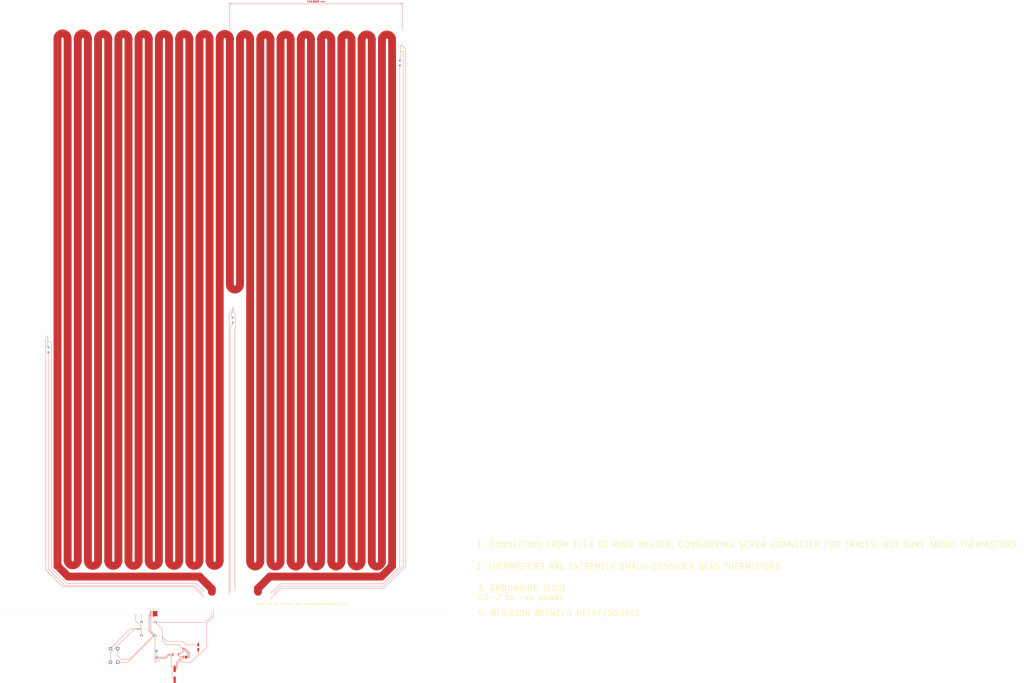
<source format=kicad_pcb>
(kicad_pcb (version 20240108) (generator "pcbnew") (generator_version "8.0")
  (layers (0 "F.Cu" signal) (31 "B.Cu" signal) (34 "B.Paste" user) (35 "F.Paste" user) (36 "B.SilkS" user "B.Silkscreen") (37 "F.SilkS" user "F.Silkscreen") (38 "B.Mask" user) (39 "F.Mask" user) (44 "Edge.Cuts" user))
  (net 0 "")
  (net 1 "Net-(U1-SOURCE)")
  (net 2 "Net-(U8-COIL)")
  (net 3 "Net-(R2-Pad1)")
  (net 4 "Net-(R3-Pad1)")
  (net 5 "Net-(R4-Pad1)")
  (net 6 "Net-(U1-GATE)")
  (net 8 "Net-(U3-COMP)")
  (net 9 "Net-(U3-INPUT)")
  (net 10 "Net-(U1-DRAIN)")
  (net 12 "unconnected-(U8-Pad2)")
  (net 13 "unconnected-(U8-Pad3)")
  (footprint "footprints:Thermistor" (layer "F.Cu") (at 56.0506 318)
    (property "Reference" "TH3" (at -0.5 1.5 0) (layer "F.SilkS") (effects (font (thickness 0.1))))
    (property "Value" "Thermistor_NTC")
    (pad "1" smd rect (at 0 0) (size 0.2 0.2) (layers "F.Cu" "F.Paste" "F.Mask") (net 1 "Net-(U1-SOURCE)"))
    (pad "2" smd rect (at 0.4 0) (size 0.2 0.2) (layers "F.Cu" "F.Paste" "F.Mask") (net 1 "Net-(U1-SOURCE)"))
  )
  (footprint "footprints:Cout" (layer "F.Cu") (at 169.0506 613.5 -90)
    (property "Reference" "Cout" (at 0 10.5 -90) (layer "F.SilkS") (effects (font (thickness 0.1))))
    (property "Value" "C")
    (fp_line (start -2 6) (end 8.5 6) (stroke (width 0.1)) (layer "F.SilkS"))
    (fp_line (start -2 6) (end -2 -1) (stroke (width 0.1)) (layer "F.SilkS"))
    (fp_line (start 8.5 6) (end 11 3) (stroke (width 0.1)) (layer "F.SilkS"))
    (fp_line (start -2 0) (end -2 -7) (stroke (width 0.1)) (layer "F.SilkS"))
    (fp_line (start 11 -0.5) (end 11 3) (stroke (width 0.1)) (layer "F.SilkS"))
    (fp_line (start -2 -1) (end -2 6) (stroke (width 0.1)) (layer "F.SilkS"))
    (fp_line (start 11 -3.5) (end 11 0) (stroke (width 0.1)) (layer "F.SilkS"))
    (fp_line (start -2 -7) (end -2 0) (stroke (width 0.1)) (layer "F.SilkS"))
    (fp_line (start -2 -7) (end 8.5 -7) (stroke (width 0.1)) (layer "F.SilkS"))
    (fp_line (start 8.5 -7) (end 11 -3.5) (stroke (width 0.1)) (layer "F.SilkS"))
    (pad "1" smd roundrect (at 0 0 270) (size 5.7 2) (layers "F.Cu" "F.Paste" "F.Mask") (net 1 "Net-(U1-SOURCE)"))
    (pad "2" smd roundrect (at 9.7 0 270) (size 5.7 2) (layers "F.Cu" "F.Paste" "F.Mask") (net 1 "Net-(U1-SOURCE)"))
  )
  (footprint "footprints:Cin" (layer "F.Cu") (at 190.0506 593.5 -90)
    (property "Reference" "Cin" (at 0 6.5 -90) (layer "F.SilkS") (effects (font (thickness 0.1))))
    (property "Value" "C")
    (fp_line (start -2 4) (end 2 4) (stroke (width 0.1)) (layer "F.SilkS"))
    (fp_line (start -2 4) (end -2 0) (stroke (width 0.1)) (layer "F.SilkS"))
    (fp_line (start 2 4) (end 3.5 2.5) (stroke (width 0.1)) (layer "F.SilkS"))
    (fp_line (start -2 0) (end -2 -4) (stroke (width 0.1)) (layer "F.SilkS"))
    (fp_line (start 3.5 -2.5) (end 3.5 2.5) (stroke (width 0.1)) (layer "F.SilkS"))
    (fp_line (start -2 -4) (end 2 -4) (stroke (width 0.1)) (layer "F.SilkS"))
    (fp_line (start 2 -4) (end 3.5 -2.5) (stroke (width 0.1)) (layer "F.SilkS"))
    (pad "1" smd roundrect (at -1.5 0 270) (size 3 1.6) (layers "F.Cu" "F.Paste" "F.Mask") (net 9 "Net-(U3-INPUT)"))
    (pad "2" smd roundrect (at 2.9 0 270) (size 3 1.6) (layers "F.Cu" "F.Paste" "F.Mask") (net 1 "Net-(U1-SOURCE)"))
  )
  (footprint "footprints:PFET Resistor" (layer "F.Cu") (at 177.0506 595.5 180)
    (property "Reference" "R1" (at 0 4 180) (layer "F.SilkS") (effects (font (thickness 0.1))))
    (property "Value" "CRE2512-FZ-R003E-3")
    (fp_rect (start -0.5 -1.5) (end 1.5 1.5) (stroke (width 0.1)) (fill none) (layer "F.SilkS"))
    (pad "1" smd trapezoid (at 0 0 180) (size 0.3 2) (layers "F.Cu" "F.Paste" "F.Mask") (net 10 "Net-(U1-DRAIN)"))
    (pad "2" smd trapezoid (at 0.95 0 180) (size 0.3 2) (layers "F.Cu" "F.Paste" "F.Mask") (net 9 "Net-(U3-INPUT)"))
  )
  (footprint "footprints:Thermistor Resistors" (layer "F.Cu") (at 220.5506 305.8 90)
    (property "Reference" "R3" (at 3.5 3 90) (layer "F.SilkS") (effects (font (thickness 0.1))))
    (property "Value" "R")
    (fp_rect (start -1.5 -1.5) (end 6 1.5) (stroke (width 0.1)) (fill none) (layer "F.SilkS"))
    (pad "1" thru_hole circle (at 0 0 90) (size 1.5 1.5) (drill 0.5) (layers "*.Cu" "*.Mask") (net 4 "Net-(R3-Pad1)"))
    (pad "2" thru_hole circle (at 4.3 0 90) (size 1.5 1.5) (drill 0.5) (layers "*.Cu" "*.Mask") (net 1 "Net-(U1-SOURCE)"))
  )
  (footprint "footprints:Cf" (layer "F.Cu") (at 152.9506 597.675 -90)
    (property "Reference" "CF1" (at 0 4.5 -90) (layer "F.SilkS") (effects (font (thickness 0.1))))
    (property "Value" "C")
    (fp_rect (start -2 -2) (end 8 2) (stroke (width 0.1)) (fill none) (layer "F.SilkS"))
    (pad "1" thru_hole circle (at 0 0 270) (size 2 2) (drill 0.8) (layers "*.Cu" "*.Mask") (net 1 "Net-(U1-SOURCE)"))
    (pad "2" thru_hole circle (at 5.9 0 270) (size 2 2) (drill 0.8) (layers "*.Cu" "*.Mask") (net 8 "Net-(U3-COMP)"))
  )
  (footprint "footprints:Thermistor" (layer "F.Cu") (at 369.0506 60.6)
    (property "Reference" "TH2" (at -0.5 1.5 0) (layer "F.SilkS") (effects (font (thickness 0.1))))
    (property "Value" "Thermistor_NTC")
    (pad "1" smd rect (at 0 0) (size 0.2 0.2) (layers "F.Cu" "F.Paste" "F.Mask") (net 1 "Net-(U1-SOURCE)"))
    (pad "2" smd rect (at 0.4 0) (size 0.2 0.2) (layers "F.Cu" "F.Paste" "F.Mask") (net 1 "Net-(U1-SOURCE)"))
  )
  (footprint "ONSemi_SO-8FL_488AA" (layer "F.Cu") (at 150.8056 564.5)
    (property "Reference" "REF**" (at 0 4 0) (layer "F.SilkS"))
    (property "Value" "(NFET) ONSemi_SO-8FL_488AA")
    (fp_line (start -1.11825 -2.56) (end -2.10325 -2.56) (stroke (width 0.12)) (layer "F.SilkS"))
    (fp_line (start -1.11825 2.56) (end -2.10325 2.56) (stroke (width 0.12)) (layer "F.SilkS"))
    (fp_line (start 3.07775 -2.56) (end 0.30775 -2.56) (stroke (width 0.12)) (layer "F.SilkS"))
    (fp_line (start 3.07775 2.56) (end 0.30775 2.56) (stroke (width 0.12)) (layer "F.SilkS"))
    (fp_line (start 3.10775 1.27) (end 3.10775 -1.27) (stroke (width 0.12)) (layer "F.SilkS"))
    (fp_poly (pts (xy -2.75 2.55) (xy -2.51 2.88) (xy -2.99 2.88) (xy -2.75 2.55)) (stroke (width 0.12)) (fill solid) (layer "F.SilkS"))
    (pad "1" smd roundrect (at -2.74725 1.905) (size 1 0.75) (layers "F.Cu" "F.Paste" "F.Mask") (net 1 "Net-(U1-SOURCE)"))
    (pad "2" smd roundrect (at -2.74725 0.635) (size 1 0.75) (layers "F.Cu" "F.Paste" "F.Mask") (net 1 "Net-(U1-SOURCE)"))
    (pad "3" smd roundrect (at -2.74725 -0.635) (size 1 0.75) (layers "F.Cu" "F.Paste" "F.Mask") (net 1 "Net-(U1-SOURCE)"))
    (pad "4" smd roundrect (at -2.74725 -1.905) (size 1 0.75) (layers "F.Cu" "F.Paste" "F.Mask"))
    (pad "5" smd custom (at 0.745 0) (size 4.055 4.56) (layers "F.Cu" "F.Paste" "F.Mask") (options (clearance outline) (anchor rect)) (primitives (gr_poly (pts (xy -0.6975 2.28) (xy 2.5025 2.28) (xy 2.5025 1.53) (xy 1.905 1.53) (xy 1.905 -1.53) (xy 2.5025 -1.53) (xy 2.5025 -2.28) (xy -0.6975 -2.28) (xy -0.6975 -2.775) (xy -1.6025 -2.775) (xy -1.6025 2.775) (xy -0.6975 2.775)) (width 0) (fill yes))))
  )
  (footprint "footprints:Thermistor Resistors" (layer "F.Cu") (at 368.9506 77.4 90)
    (property "Reference" "R2" (at 3.5 3 90) (layer "F.SilkS") (effects (font (thickness 0.1))))
    (property "Value" "R")
    (fp_rect (start -1.5 -1.5) (end 6 1.5) (stroke (width 0.1)) (fill none) (layer "F.SilkS"))
    (pad "1" thru_hole circle (at 0 0 90) (size 1.5 1.5) (drill 0.5) (layers "*.Cu" "*.Mask") (net 3 "Net-(R2-Pad1)"))
    (pad "2" thru_hole circle (at 4.3 0 90) (size 1.5 1.5) (drill 0.5) (layers "*.Cu" "*.Mask") (net 1 "Net-(U1-SOURCE)"))
  )
  (footprint "footprints:Relay" (layer "F.Cu") (at 137.5506 577.985)
    (property "Reference" "RELAY" (at 8 11.765 0) (layer "F.SilkS") (effects (font (thickness 0.1))))
    (property "Value" "~")
    (fp_line (start -1.5 -7.76) (end 17.5 -7.76) (stroke (width 0.1)) (layer "F.SilkS"))
    (fp_line (start -1.5 7.765) (end -1.5 -7.765) (stroke (width 0.1)) (layer "F.SilkS"))
    (fp_line (start -1.5 7.765) (end 17.5 7.765) (stroke (width 0.1)) (layer "F.SilkS"))
    (fp_line (start 0 0) (end 8 0) (stroke (width 0.1)) (layer "F.SilkS"))
    (fp_line (start 8 0) (end 14 4.5) (stroke (width 0.1)) (layer "F.SilkS"))
    (fp_line (start 17.5 7.76) (end 17.5 -7.76) (stroke (width 0.1)) (layer "F.SilkS"))
    (fp_text user "NO" (at 13 -10 0) (layer "F.SilkS") (effects (font (thickness 0.1)) (justify left bottom)))
    (fp_text user "COM" (at -6 -1.5 0) (layer "F.SilkS") (effects (font (thickness 0.1)) (justify left bottom)))
    (fp_text user "3" (at 1 -8.5 0) (layer "F.SilkS") (effects (font (thickness 0.1)) (justify left bottom)))
    (fp_text user "5" (at 13.5 -8.5 0) (layer "F.SilkS") (effects (font (thickness 0.1)) (justify left bottom)))
    (fp_text user "NC" (at 13.5 11.5 0) (layer "F.SilkS") (effects (font (thickness 0.1)) (justify left bottom)))
    (fp_text user "COIL +" (at -0.5 -10 0) (layer "F.SilkS") (effects (font (thickness 0.1)) (justify left bottom)))
    (fp_text user "2" (at 1.5 10 0) (layer "F.SilkS") (effects (font (thickness 0.1)) (justify left bottom)))
    (fp_text user "1" (at -4.5 0 0) (layer "F.SilkS") (effects (font (thickness 0.1)) (justify left bottom)))
    (fp_text user "4" (at 14 10 0) (layer "F.SilkS") (effects (font (thickness 0.1)) (justify left bottom)))
    (fp_text user "COIL -" (at -0.5 11.5 0) (layer "F.SilkS") (effects (font (thickness 0.1)) (justify left bottom)))
    (pad "1" thru_hole roundrect (at 0 0) (size 2.286 1.524) (drill 1.3) (layers "*.Cu" "*.Mask") (net 2 "Net-(U8-COIL)"))
    (pad "2" thru_hole roundrect (at 2 6) (size 2.286 1.524) (drill 1.3) (layers "*.Cu" "*.Mask") (net 12 "unconnected-(U8-Pad2)"))
    (pad "3" thru_hole roundrect (at 2 -6) (size 2.286 1.524) (drill 1.3) (layers "*.Cu" "*.Mask") (net 13 "unconnected-(U8-Pad3)"))
    (pad "4" thru_hole roundrect (at 14.2 6) (size 2.286 1.524) (drill 1.3) (layers "*.Cu" "*.Mask") (net 1 "Net-(U1-SOURCE)"))
    (pad "5" thru_hole roundrect (at 14.2 -6) (size 2.286 1.524) (drill 1.3) (layers "*.Cu" "*.Mask") (net 9 "Net-(U3-INPUT)"))
  )
  (footprint "footprints:SOIC-8" (layer "F.Cu") (at 169.9506 600.675 -90)
    (property "Reference" "LP2795" (at -3.5 0 0) (layer "F.SilkS"))
    (property "Value" "~")
    (fp_rect (start -1.5 -1.5) (end 1.5 1.5) (stroke (width 0.1)) (fill none) (layer "F.SilkS"))
    (pad "1" smd rect (at -0.975 2.4 270) (size 0.41 1.02) (layers "F.Cu" "F.Paste" "F.Mask"))
    (pad "2" smd rect (at -0.325 2.4 270) (size 0.41 1.02) (layers "F.Cu" "F.Paste" "F.Mask") (net 1 "Net-(U1-SOURCE)"))
    (pad "3" smd rect (at 0.325 2.4 270) (size 0.41 1.02) (layers "F.Cu" "F.Paste" "F.Mask") (net 8 "Net-(U3-COMP)"))
    (pad "4" smd rect (at 0.975 2.4 270) (size 0.41 1.02) (layers "F.Cu" "F.Paste" "F.Mask") (net 1 "Net-(U1-SOURCE)"))
    (pad "5" smd rect (at 0.975 -2.4 270) (size 0.41 1.02) (layers "F.Cu" "F.Paste" "F.Mask") (net 6 "Net-(U1-GATE)"))
    (pad "6" smd rect (at 0.325 -2.4 270) (size 0.41 1.02) (layers "F.Cu" "F.Paste" "F.Mask"))
    (pad "7" smd rect (at -0.325 -2.4 270) (size 0.41 1.02) (layers "F.Cu" "F.Paste" "F.Mask") (net 10 "Net-(U1-DRAIN)"))
    (pad "8" smd rect (at -0.975 -2.4 270) (size 0.41 1.02) (layers "F.Cu" "F.Paste" "F.Mask") (net 9 "Net-(U3-INPUT)"))
  )
  (footprint "footprints:Trace" (layer "F.Cu") (at 65.0506 522)
    (property "Reference" "REF**" (at 0 3.5 0) (layer "F.SilkS") (effects (font (thickness 0.1))))
    (property "Value" "Trace")
    (pad "1" smd roundrect (at 0 0) (size 7 4.6) (layers "F.Cu" "F.Paste" "F.Mask"))
    (pad "2" smd roundrect (at 297 0) (size 7 4.6) (layers "F.Cu" "F.Paste" "F.Mask"))
  )
  (footprint "footprints:Connector" (layer "F.Cu") (at 108.3906 612.58 90)
    (property "Reference" "Connector" (at 10.92 20.5 90) (layer "F.SilkS") (effects (font (thickness 0.1))))
    (property "Value" "Conector")
    (fp_rect (start 0 0) (end 21.84 18.8) (stroke (width 0.1)) (fill none) (layer "F.SilkS"))
    (fp_text user "1" (at 1.08 2 90) (layer "F.SilkS") (effects (font (thickness 0.1)) (justify left bottom)))
    (fp_text user "3" (at 19.58 2 90) (layer "F.SilkS") (effects (font (thickness 0.1)) (justify left bottom)))
    (fp_text user "4" (at 19.58 10.5 90) (layer "F.SilkS") (effects (font (thickness 0.1)) (justify left bottom)))
    (fp_text user "2" (at 1.08 10.5 90) (layer "F.SilkS") (effects (font (thickness 0.1)) (justify left bottom)))
    (pad "1" thru_hole roundrect (at 5.08 3.68 90) (size 2.8 2.8) (drill 2.02) (layers "*.Cu" "*.Mask") (net 2 "Net-(U8-COIL)"))
    (pad "2" thru_hole roundrect (at 5.08 10.16 90) (size 2.8 2.8) (drill 2.02) (layers "*.Cu" "*.Mask") (net 1 "Net-(U1-SOURCE)"))
    (pad "3" thru_hole roundrect (at 17.08 3.68 90) (size 2.8 2.8) (drill 2.02) (layers "*.Cu" "*.Mask") (net 2 "Net-(U8-COIL)"))
    (pad "4" thru_hole roundrect (at 17.08 10.16 90) (size 2.8 2.8) (drill 2.02) (layers "*.Cu" "*.Mask") (net 1 "Net-(U1-SOURCE)"))
  )
  (footprint "footprints:PFET" (layer "F.Cu") (at 178.6006 603)
    (property "Reference" "PFET" (at 0.032048 2.409794 0) (layer "F.SilkS") (effects (font (size 0.640903 0.640903))))
    (property "Value" "~")
    (fp_line (start -1.65 -1.65) (end 1.65 -1.65) (stroke (width 0.127)) (layer "F.SilkS"))
    (fp_line (start -1.65 -1.5) (end -1.65 -1.65) (stroke (width 0.127)) (layer "F.SilkS"))
    (fp_line (start -1.65 1.5) (end -1.65 1.65) (stroke (width 0.127)) (layer "F.SilkS"))
    (fp_line (start -1.65 1.65) (end 1.65 1.65) (stroke (width 0.127)) (layer "F.SilkS"))
    (fp_line (start 1.65 -1.65) (end 1.65 -1.5) (stroke (width 0.127)) (layer "F.SilkS"))
    (fp_line (start 1.65 1.65) (end 1.65 1.5) (stroke (width 0.127)) (layer "F.SilkS"))
    (fp_circle (center -2.3 1.05) (end -2.2 1.05) (stroke (width 0.2)) (fill none) (layer "F.SilkS"))
    (pad "1" smd rect (at -1.4 0.975) (size 0.7 0.42) (layers "F.Cu" "F.Paste" "F.Mask") (net 1 "Net-(U1-SOURCE)"))
    (pad "2" smd rect (at -1.4 0.325) (size 0.7 0.42) (layers "F.Cu" "F.Paste" "F.Mask") (net 1 "Net-(U1-SOURCE)"))
    (pad "3" smd rect (at -1.4 -0.325) (size 0.7 0.42) (layers "F.Cu" "F.Paste" "F.Mask") (net 1 "Net-(U1-SOURCE)"))
    (pad "4" smd rect (at -1.4 -0.975) (size 0.7 0.42) (layers "F.Cu" "F.Paste" "F.Mask") (net 6 "Net-(U1-GATE)"))
    (pad "5" smd rect (at 1.525 -0.975) (size 0.45 0.42) (layers "F.Cu" "F.Paste" "F.Mask"))
    (pad "6" smd rect (at 1.525 -0.325) (size 0.45 0.42) (layers "F.Cu" "F.Paste" "F.Mask") (net 10 "Net-(U1-DRAIN)"))
    (pad "7" smd rect (at 1.525 0.325) (size 0.45 0.42) (layers "F.Cu" "F.Paste" "F.Mask") (net 10 "Net-(U1-DRAIN)"))
    (pad "8" smd rect (at 1.525 0.975) (size 0.45 0.42) (layers "F.Cu" "F.Paste" "F.Mask") (net 10 "Net-(U1-DRAIN)"))
    (pad "9" smd rect (at 0.45 0) (size 1.7 2.37) (layers "F.Cu" "F.Mask") (net 10 "Net-(U1-DRAIN)"))
  )
  (footprint "footprints:Thermistor" (layer "F.Cu") (at 220.6506 292.5)
    (property "Reference" "TH1" (at -0.5 1.5 0) (layer "F.SilkS") (effects (font (thickness 0.1))))
    (property "Value" "Thermistor_NTC")
    (pad "1" smd rect (at 0 0) (size 0.2 0.2) (layers "F.Cu" "F.Paste" "F.Mask") (net 1 "Net-(U1-SOURCE)"))
    (pad "2" smd rect (at 0.4 0) (size 0.2 0.2) (layers "F.Cu" "F.Paste" "F.Mask") (net 1 "Net-(U1-SOURCE)"))
  )
  (footprint "footprints:Thermistor Resistors" (layer "F.Cu") (at 57.0506 332.3 90)
    (property "Reference" "R4" (at -4.7 11.45 90) (layer "F.SilkS") (effects (font (thickness 0.1))))
    (property "Value" "R")
    (fp_rect (start -1.5 -1.5) (end 6 1.5) (stroke (width 0.1)) (fill none) (layer "F.SilkS"))
    (pad "1" thru_hole circle (at 0 0 90) (size 1.5 1.5) (drill 0.5) (layers "*.Cu" "*.Mask") (net 5 "Net-(R4-Pad1)"))
    (pad "2" thru_hole circle (at 4.3 0 90) (size 1.5 1.5) (drill 0.5) (layers "*.Cu" "*.Mask") (net 1 "Net-(U1-SOURCE)"))
  )
  (gr_arc (start 263.0506 518) (mid 258.5506 522.5) (end 254.0506 518) (stroke (width 7)) (layer "F.Cu"))
  (gr_arc (start 245.0506 518) (mid 240.5506 522.5) (end 236.0506 518) (stroke (width 7)) (layer "F.Cu"))
  (gr_arc (start 245.0506 54.5) (mid 249.5506 50) (end 254.0506 54.5) (stroke (width 7)) (layer "F.Cu"))
  (gr_arc (start 317.0506 54.5) (mid 321.5506 50) (end 326.0506 54.5) (stroke (width 7)) (layer "F.Cu"))
  (gr_arc (start 209.0506 517.5) (mid 204.5506 522) (end 200.0506 517.5) (stroke (width 7)) (layer "F.Cu"))
  (gr_arc (start 137.0506 54) (mid 141.5506 49.5) (end 146.0506 54) (stroke (width 7)) (layer "F.Cu"))
  (gr_arc (start 353.0506 518) (mid 348.5506 522.5) (end 344.0506 518) (stroke (width 7)) (layer "F.Cu"))
  (gr_arc (start 335.0506 518) (mid 330.5506 522.5) (end 326.0506 518) (stroke (width 7)) (layer "F.Cu"))
  (gr_arc (start 137.0506 54) (mid 141.5506 49.5) (end 146.0506 54) (stroke (width 7)) (layer "F.Cu"))
  (gr_arc (start 83.0506 517) (mid 78.5506 521.5) (end 74.0506 517) (stroke (width 7)) (layer "F.Cu"))
  (gr_arc (start 173.0506 54) (mid 177.5506 49.5) (end 182.0506 54) (stroke (width 7)) (layer "F.Cu"))
  (gr_arc (start 101.0506 54) (mid 105.5506 49.5) (end 110.0506 54) (stroke (width 7)) (layer "F.Cu"))
  (gr_arc (start 65.0506 53.5) (mid 69.5506 49) (end 74.0506 53.5) (stroke (width 7)) (layer "F.Cu"))
  (gr_arc (start 263.0506 54.5) (mid 267.5506 50) (end 272.0506 54.5) (stroke (width 7)) (layer "F.Cu"))
  (gr_arc (start 101.0506 517.5) (mid 96.5506 522) (end 92.0506 517.5) (stroke (width 7)) (layer "F.Cu"))
  (gr_arc (start 191.0506 517.5) (mid 186.5506 522) (end 182.0506 517.5) (stroke (width 7)) (layer "F.Cu"))
  (gr_arc (start 83.0506 53.5) (mid 87.5506 49) (end 92.0506 53.5) (stroke (width 7)) (layer "F.Cu"))
  (gr_arc (start 335.0506 54.5) (mid 339.5506 50) (end 344.0506 54.5) (stroke (width 7)) (layer "F.Cu"))
  (gr_arc (start 173.0506 517.5) (mid 168.5506 522) (end 164.0506 517.5) (stroke (width 7)) (layer "F.Cu"))
  (gr_arc (start 353.0506 54.5) (mid 357.5506 50) (end 362.0506 54.5) (stroke (width 7)) (layer "F.Cu"))
  (gr_arc (start 209.0506 54) (mid 213.5506 49.5) (end 218.0506 54) (stroke (width 7)) (layer "F.Cu"))
  (gr_arc (start 191.0506 54) (mid 195.5506 49.5) (end 200.0506 54) (stroke (width 7)) (layer "F.Cu"))
  (gr_arc (start 227.0506 54.5) (mid 231.5506 50) (end 236.0506 54.5) (stroke (width 7)) (layer "F.Cu"))
  (gr_arc (start 281.0506 54.5) (mid 285.5506 50) (end 290.0506 54.5) (stroke (width 7)) (layer "F.Cu"))
  (gr_arc (start 227.0506 272) (mid 222.5506 276.5) (end 218.0506 272) (stroke (width 7)) (layer "F.Cu"))
  (gr_arc (start 299.0506 54.5) (mid 303.5506 50) (end 308.0506 54.5) (stroke (width 7)) (layer "F.Cu"))
  (gr_arc (start 155.0506 54) (mid 159.5506 49.5) (end 164.0506 54) (stroke (width 7)) (layer "F.Cu"))
  (gr_arc (start 353.0506 54.5) (mid 357.5506 50) (end 362.0506 54.5) (stroke (width 7)) (layer "F.Cu"))
  (gr_arc (start 281.0506 518) (mid 276.5506 522.5) (end 272.0506 518) (stroke (width 7)) (layer "F.Cu"))
  (gr_arc (start 101.0506 54) (mid 105.5506 49.5) (end 110.0506 54) (stroke (width 7)) (layer "F.Cu"))
  (gr_arc (start 317.0506 54.5) (mid 321.5506 50) (end 326.0506 54.5) (stroke (width 7)) (layer "F.Cu"))
  (gr_arc (start 119.0506 54) (mid 123.5506 49.5) (end 128.0506 54) (stroke (width 7)) (layer "F.Cu"))
  (gr_arc (start 281.0506 54.5) (mid 285.5506 50) (end 290.0506 54.5) (stroke (width 7)) (layer "F.Cu"))
  (gr_arc (start 173.0506 54) (mid 177.5506 49.5) (end 182.0506 54) (stroke (width 7)) (layer "F.Cu"))
  (gr_arc (start 299.0506 518) (mid 294.5506 522.5) (end 290.0506 518) (stroke (width 7)) (layer "F.Cu"))
  (gr_arc (start 317.0506 518) (mid 312.5506 522.5) (end 308.0506 518) (stroke (width 7)) (layer "F.Cu"))
  (gr_arc (start 155.0506 517.5) (mid 150.5506 522) (end 146.0506 517.5) (stroke (width 7)) (layer "F.Cu"))
  (gr_arc (start 209.0506 54) (mid 213.5506 49.5) (end 218.0506 54) (stroke (width 7)) (layer "F.Cu"))
  (gr_arc (start 335.0506 54.5) (mid 339.5506 50) (end 344.0506 54.5) (stroke (width 7)) (layer "F.Cu"))
  (gr_arc (start 227.0506 54) (mid 231.5506 49.5) (end 236.0506 54) (stroke (width 7)) (layer "F.Cu"))
  (gr_arc (start 137.0506 517.5) (mid 132.5506 522) (end 128.0506 517.5) (stroke (width 7)) (layer "F.Cu"))
  (gr_arc (start 155.0506 54) (mid 159.5506 49.5) (end 164.0506 54) (stroke (width 7)) (layer "F.Cu"))
  (gr_arc (start 263.0506 54.5) (mid 267.5506 50) (end 272.0506 54.5) (stroke (width 7)) (layer "F.Cu"))
  (gr_arc (start 299.0506 54.5) (mid 303.5506 50) (end 308.0506 54.5) (stroke (width 7)) (layer "F.Cu"))
  (gr_arc (start 191.0506 54) (mid 195.5506 49.5) (end 200.0506 54) (stroke (width 7)) (layer "F.Cu"))
  (gr_arc (start 119.0506 54) (mid 123.5506 49.5) (end 128.0506 54) (stroke (width 7)) (layer "F.Cu"))
  (gr_arc (start 245.0506 54.5) (mid 249.5506 50) (end 254.0506 54.5) (stroke (width 7)) (layer "F.Cu"))
  (gr_arc (start 119.0506 517.5) (mid 114.5506 522) (end 110.0506 517.5) (stroke (width 7)) (layer "F.Cu"))
  (gr_arc (start 83.0506 54) (mid 87.5506 49.5) (end 92.0506 54) (stroke (width 7)) (layer "F.Cu"))
  (gr_line (start 14.0506 560) (end 416.5506 560) (stroke (width 0.1)) (layer "F.SilkS"))
  (gr_line (start 65.0506 522) (end 51.5506 522) (stroke (width 0.1)) (layer "F.SilkS"))
  (gr_line (start 51.5506 522) (end 51.5506 33.5) (stroke (width 0.1)) (layer "F.SilkS"))
  (gr_line (start 65.0506 519.5) (end 65.0506 47) (stroke (width 0.1)) (layer "F.SilkS"))
  (gr_line (start 371.0506 47) (end 65.0506 47) (stroke (width 0.1)) (layer "F.SilkS"))
  (gr_text "2. THERMISTORS ARE EXTREMELY SMALL; CONSIDER BEAD THERMISTORS\n" (at 436.0506 525.5 0) (layer "F.SilkS") (effects (font (size 5 5) (thickness 0.5)) (justify left bottom)))
  (gr_text "4. RESISTOR BETWEEN RELAY/SOURCE\n" (at 438.0506 567 0) (layer "F.SilkS") (effects (font (size 5 5) (thickness 0.5)) (justify left bottom)))
  (gr_text "3. GROUNDING ISSUE\nU3-2 to -ve power\n" (at 437.5506 552.5 0) (layer "F.SilkS") (effects (font (size 5 5) (thickness 0.5)) (justify left bottom)))
  (gr_text "Longest wire: +ve, Mid-length wire: -ve, Shortest wire: Signal to MCU" (at 240.0506 556.5 0) (layer "F.SilkS") (effects (font (size 1.5 1.5) (thickness 0.3) (bold yes)) (justify left bottom)))
  (gr_text "1. CONNECTION FROM FLEX TO RIGID NEEDED. CONSIDERING SCREW CONNECTER FOR TRACES. NOT SURE ABOUT THERMISTORS. " (at 437.0506 506 0) (layer "F.SilkS") (effects (font (size 5 5) (thickness 0.5)) (justify left bottom)))
  (dimension (type aligned) (layer "F.Cu") (pts (xy 371.0506 47) (xy 218.0506 47)) (height 24.499999) (gr_text "153.0000 mm" (at 294.5506 20.700001 0) (layer "F.Cu") (effects (font (size 1.5 1.5) (thickness 0.3)))) (format (prefix "") (suffix "") (units 3) (units_format 1) (precision 4)) (style (thickness 0.2) (arrow_length 1.27) (text_position_mode 0) (extension_height 0.58642) (extension_offset 0.5) keep_text_aligned))
  (segment (start 182.0506 517.5) (end 182.0506 54.5) (width 7) (layer "F.Cu") (net 0))
  (segment (start 110.0506 517.5) (end 110.0506 54.5) (width 7) (layer "F.Cu") (net 0))
  (segment (start 281.0506 518) (end 281.0506 55) (width 7) (layer "F.Cu") (net 0))
  (segment (start 146.0506 517.5) (end 146.0506 54.5) (width 7) (layer "F.Cu") (net 0))
  (segment (start 236.0506 518) (end 236.0506 55) (width 7) (layer "F.Cu") (net 0))
  (segment (start 362.0506 522) (end 352.5506 531.5) (width 7) (layer "F.Cu") (net 0))
  (segment (start 74.0506 517) (end 74.0506 54) (width 7) (layer "F.Cu") (net 0))
  (segment (start 74.5506 531.5) (end 191.0506 531.5) (width 7) (layer "F.Cu") (net 0))
  (segment (start 65.0506 522) (end 74.5506 531.5) (width 7) (layer "F.Cu") (net 0))
  (segment (start 128.0506 517.5) (end 128.0506 54.5) (width 7) (layer "F.Cu") (net 0))
  (segment (start 243.0506 542) (end 243.0506 545) (width 7) (layer "F.Cu") (net 0))
  (segment (start 344.0506 518) (end 344.0506 55) (width 7) (layer "F.Cu") (net 0))
  (segment (start 218.0506 54) (end 218.0506 271.5) (width 7) (layer "F.Cu") (net 0))
  (segment (start 245.0506 518) (end 245.0506 55) (width 7) (layer "F.Cu") (net 0))
  (segment (start 254.0506 518) (end 254.0506 55) (width 7) (layer "F.Cu") (net 0))
  (segment (start 253.5506 531.5) (end 243.0506 542) (width 7) (layer "F.Cu") (net 0))
  (segment (start 326.0506 518) (end 326.0506 55) (width 7) (layer "F.Cu") (net 0))
  (segment (start 164.0506 517.5) (end 164.0506 54.5) (width 7) (layer "F.Cu") (net 0))
  (segment (start 362.0506 520) (end 362.0506 56) (width 7) (layer "F.Cu") (net 0))
  (segment (start 191.0506 531.5) (end 202.0506 542.5) (width 7) (layer "F.Cu") (net 0))
  (segment (start 263.0506 518) (end 263.0506 55) (width 7) (layer "F.Cu") (net 0))
  (segment (start 65.0506 522) (end 65.0506 54) (width 7) (layer "F.Cu") (net 0))
  (segment (start 200.0506 517.5) (end 200.0506 54.5) (width 7) (layer "F.Cu") (net 0))
  (segment (start 290.0506 518) (end 290.0506 55) (width 7) (layer "F.Cu") (net 0))
  (segment (start 137.0506 517.5) (end 137.0506 54.5) (width 7) (layer "F.Cu") (net 0))
  (segment (start 299.0506 518) (end 299.0506 55) (width 7) (layer "F.Cu") (net 0))
  (segment (start 308.0506 518) (end 308.0506 55) (width 7) (layer "F.Cu") (net 0))
  (segment (start 272.0506 518) (end 272.0506 55) (width 7) (layer "F.Cu") (net 0))
  (segment (start 352.5506 531.5) (end 253.5506 531.5) (width 7) (layer "F.Cu") (net 0))
  (segment (start 92.0506 517.5) (end 92.0506 54.5) (width 7) (layer "F.Cu") (net 0))
  (segment (start 119.0506 517.5) (end 119.0506 54.5) (width 7) (layer "F.Cu") (net 0))
  (segment (start 335.0506 518) (end 335.0506 55) (width 7) (layer "F.Cu") (net 0))
  (segment (start 101.0506 517.5) (end 101.0506 54.5) (width 7) (layer "F.Cu") (net 0))
  (segment (start 155.0506 517.5) (end 155.0506 54.5) (width 7) (layer "F.Cu") (net 0))
  (segment (start 83.0506 517) (end 83.0506 54) (width 7) (layer "F.Cu") (net 0))
  (segment (start 209.0506 517.5) (end 209.0506 54.5) (width 7) (layer "F.Cu") (net 0))
  (segment (start 191.0506 517.5) (end 191.0506 54.5) (width 7) (layer "F.Cu") (net 0))
  (segment (start 227.0506 54.5) (end 227.0506 271.5) (width 7) (layer "F.Cu") (net 0))
  (segment (start 317.0506 518) (end 317.0506 55) (width 7) (layer "F.Cu") (net 0))
  (segment (start 173.0506 517.5) (end 173.0506 54.5) (width 7) (layer "F.Cu") (net 0))
  (segment (start 202.0506 542.5) (end 202.0506 545) (width 7) (layer "F.Cu") (net 0))
  (segment (start 353.0506 518) (end 353.0506 55) (width 7) (layer "F.Cu") (net 0))
  (segment (start 56.4506 318) (end 56.4506 322.5) (width 0.2) (layer "F.Cu") (net 1))
  (segment (start 161.0506 604.5) (end 163.9006 601.65) (width 0.2) (layer "F.Cu") (net 1))
  (segment (start 354.0506 540) (end 263.0506 540) (width 0.2) (layer "F.Cu") (net 1))
  (segment (start 374.0506 522.5) (end 354.5506 542) (width 0.2) (layer "F.Cu") (net 1))
  (segment (start 69.5506 540.5) (end 185.5506 540.5) (width 0.2) (layer "F.Cu") (net 1))
  (segment (start 151.5506 584.2) (end 151.5506 607) (width 0.2) (layer "F.Cu") (net 1))
  (segment (start 56.4506 322.5) (end 58.0506 322.5) (width 0.2) (layer "F.Cu") (net 1))
  (segment (start 176.381286 602.9) (end 174.6506 602.9) (width 0.2) (layer "F.Cu") (net 1))
  (segment (start 169.0506 623.2) (end 167.0506 621.2) (width 0.2) (layer "F.Cu") (net 1))
  (segment (start 263.0506 540) (end 256.5506 546.5) (width 0.2) (layer "F.Cu") (net 1))
  (segment (start 147.1856 563.865) (end 146.0506 565) (width 0.2) (layer "F.Cu") (net 1))
  (segment (start 223.0506 309.5) (end 223.0506 298) (width 0.2) (layer "F.Cu") (net 1))
  (segment (start 167.0506 621.2) (end 167.0506 613.3) (width 0.2) (layer "F.Cu") (net 1))
  (segment (start 354.5506 542) (end 263.5506 542) (width 0.2) (layer "F.Cu") (net 1))
  (segment (start 156.0506 604.5) (end 161.0506 604.5) (width 0.2) (layer "F.Cu") (net 1))
  (segment (start 170.5506 614) (end 169.5506 614) (width 0.2) (layer "F.Cu") (net 1))
  (segment (start 171.8006 612.75) (end 170.5506 614) (width 0.2) (layer "F.Cu") (net 1))
  (segment (start 176.606286 602.675) (end 176.381286 602.9) (width 0.2) (layer "F.Cu") (net 1))
  (segment (start 369.0506 60.6) (end 369.0506 60) (width 0.2) (layer "F.Cu") (net 1))
  (segment (start 190.0506 601) (end 191.0506 601) (width 0.2) (layer "F.Cu") (net 1))
  (segment (start 191.0506 601) (end 197.5506 594.5) (width 0.2) (layer "F.Cu") (net 1))
  (segment (start 148.05835 580.00775) (end 151.7506 583.7) (width 0.2) (layer "F.Cu") (net 1))
  (segment (start 185.5506 540.5) (end 195.0506 550) (width 0.2) (layer "F.Cu") (net 1))
  (segment (start 151.5506 607) (end 153.5506 607) (width 0.2) (layer "F.Cu") (net 1))
  (segment (start 197.5506 594.5) (end 197.5506 573) (width 0.2) (layer "F.Cu") (net 1))
  (segment (start 374.0506 62.5) (end 374.0506 522.5) (width 0.2) (layer "F.Cu") (net 1))
  (segment (start 170.0506 613.5) (end 169.0506 613.5) (width 0.2) (layer "F.Cu") (net 1))
  (segment (start 176.5756 603.975) (end 171.8006 608.75) (width 0.2) (layer "F.Cu") (net 1))
  (segment (start 146.0506 580) (end 150.0356 583.985) (width 0.2) (layer "F.Cu") (net 1))
  (segment (start 219.0506 298) (end 219.0506 300) (width 0.2) (layer "F.Cu") (net 1))
  (segment (start 369.4506 65) (end 371.5506 65) (width 0.2) (layer "F.Cu") (net 1))
  (segment (start 60.0506 324.5) (end 60.0506 524.5) (width 0.2) (layer "F.Cu") (net 1))
  (segment (start 171.8006 608.75) (end 171.8006 612.75) (width 0.2) (layer "F.Cu") (net 1))
  (segment (start 54.5506 319.5) (end 54.5506 525.5) (width 0.2) (layer "F.Cu") (net 1))
  (segment (start 163.2006 600.35) (end 160.5506 603) (width 0.2) (layer "F.Cu") (net 1))
  (segment (start 167.0506 613.3) (end 166.0506 612.3) (width 0.2) (layer "F.Cu") (net 1))
  (segment (start 150.0506 584) (end 151.7506 584) (width 0.2) (layer "F.Cu") (net 1))
  (segment (start 175.5506 607.5) (end 183.5506 607.5) (width 0.2) (layer "F.Cu") (net 1))
  (segment (start 148.05835 565.135) (end 147.4156 565.135) (width 0.2) (layer "F.Cu") (net 1))
  (segment (start 203.5506 567) (end 203.5506 561.5) (width 0.2) (layer "F.Cu") (net 1))
  (segment (start 167.5506 600.35) (end 163.2006 600.35) (width 0.2) (layer "F.Cu") (net 1))
  (segment (start 129.0506 605) (end 150.0506 584) (width 0.2) (layer "F.Cu") (net 1))
  (segment (start 170.3506 607.2) (end 170.3506 612.2) (width 0.2) (layer "F.Cu") (net 1))
  (segment (start 151.0356 583.985) (end 151.7506 583.985) (width 0.2) (layer "F.Cu") (net 1))
  (segment (start 172.8006 604.75) (end 170.3506 607.2) (width 0.2) (layer "F.Cu") (net 1))
  (segment (start 154.5506 603) (end 152.9506 601.4) (width 0.2) (layer "F.Cu") (net 1))
  (segment (start 160.5506 603) (end 154.5506 603) (width 0.2) (layer "F.Cu") (net 1))
  (segment (start 56.4506 327.4) (end 57.0506 328) (width 0.2) (layer "F.Cu") (net 1))
  (segment (start 369.4506 65) (end 369.4506 72.6) (width 0.2) (layer "F.Cu") (net 1))
  (segment (start 148.05835 563.865) (end 147.1856 563.865) (width 0.2) (layer "F.Cu") (net 1))
  (segment (start 166.0506 612.3) (end 166.0506 603.15) (width 0.2) (layer "F.Cu") (net 1))
  (segment (start 121.5506 605) (end 129.0506 605) (width 0.2) (layer "F.Cu") (net 1))
  (segment (start 220.6506 294.9) (end 220.6506 292.5) (width 0.2) (layer "F.Cu") (net 1))
  (segment (start 127.5506 607.5) (end 151.0506 584) (width 0.2) (layer "F.Cu") (net 1))
  (segment (start 118.5506 602) (end 121.5506 605) (width 0.2) (layer "F.Cu") (net 1))
  (segment (start 217.5506 547.5) (end 217.5506 298) (width 0.2) (layer "F.Cu") (net 1))
  (segment (start 118.5506 607.5) (end 127.5506 607.5) (width 0.2) (layer "F.Cu") (net 1))
  (segment (start 58.0506 322.5) (end 60.0506 324.5) (width 0.2) (layer "F.Cu") (net 1))
  (segment (start 372.0506 65.5) (end 372.0506 522) (width 0.2) (layer "F.Cu") (net 1))
  (segment (start 170.3506 612.2) (end 169.0506 613.5) (width 0.2) (layer "F.Cu") (net 1))
  (segment (start 177.2006 603.325) (end 175.7256 603.325) (width 0.2) (layer "F.Cu") (net 1))
  (segment (start 217.5506 298) (end 220.6506 294.9) (width 0.2) (layer "F.Cu") (net 1))
  (segment (start 371.0506 59.5) (end 374.0506 62.5) (width 0.2) (layer "F.Cu") (net 1))
  (segment (start 222.5506 544) (end 222.5506 310) (width 0.2) (layer "F.Cu") (net 1))
  (segment (start 152.9506 601.4) (end 152.9506 597.675) (width 0.2) (layer "F.Cu") (net 1))
  (segment (start 148.05835 566.405) (end 148.05835 580.00775) (width 0.2) (layer "F.Cu") (net 1))
  (segment (start 369.4506 60.6) (end 369.4506 65) (width 0.2) (layer "F.Cu") (net 1))
  (segment (start 171.0506 612.5) (end 170.0506 613.5) (width 0.2) (layer "F.Cu") (net 1))
  (segment (start 221.0506 296) (end 219.0506 298) (width 0.2) (layer "F.Cu") (net 1))
  (segment (start 150.0356 583.985) (end 151.7506 583.985) (width 0.2) (layer "F.Cu") (net 1))
  (segment (start 56.4506 322.5) (end 56.4506 327.4) (width 0.2) (layer "F.Cu") (net 1))
  (segment (start 372.0506 522) (end 354.0506 540) (width 0.2) (layer "F.Cu") (net 1))
  (segment (start 118.5506 595.5) (end 118.5506 602) (width 0.2) (layer "F.Cu") (net 1))
  (segment (start 147.0506 565.5) (end 147.0506 580) (width 0.2) (layer "F.Cu") (net 1))
  (segment (start 222.5506 310) (end 223.0506 309.5) (width 0.2) (layer "F.Cu") (net 1))
  (segment (start 188.0506 537.5) (end 189.5506 539) (width 0.2) (layer "F.Cu") (net 1))
  (segment (start 177.2006 603.975) (end 176.5756 603.975) (width 0.2) (layer "F.Cu") (net 1))
  (segment (start 369.5506 59.5) (end 371.0506 59.5) (width 0.2) (layer "F.Cu") (net 1))
  (segment (start 151.7506 584) (end 151.5506 584.2) (width 0.2) (layer "F.Cu") (net 1))
  (segment (start 177.2006 602.675) (end 176.606286 602.675) (width 0.2) (layer "F.Cu") (net 1))
  (segment (start 175.7256 603.325) (end 171.0506 608) (width 0.2) (layer "F.Cu") (net 1))
  (segment (start 263.5506 542) (end 254.5506 551) (width 0.2) (layer "F.Cu") (net 1))
  (segment (start 221.0506 292.5) (end 221.0506 296) (width 0.2) (layer "F.Cu") (net 1))
  (segment (start 163.9006 601.65) (end 167.5506 601.65) (width 0.2) (layer "F.Cu") (net 1))
  (segment (start 56.0506 318) (end 54.5506 319.5) (width 0.2) (layer "F.Cu") (net 1))
  (segment (start 147.0506 580) (end 151.0356 583.985) (width 0.2) (layer "F.Cu") (net 1))
  (segment (start 223.0506 298) (end 221.0506 296) (width 0.2) (layer "F.Cu") (net 1))
  (segment (start 171.0506 608) (end 171.0506 612.5) (width 0.2) (layer "F.Cu") (net 1))
  (segment (start 219.0506 300) (end 220.5506 301.5) (width 0.2) (layer "F.Cu") (net 1))
  (segment (start 166.0506 603.15) (end 167.5506 601.65) (width 0.2) (layer "F.Cu") (net 1))
  (segment (start 369.0506 60) (end 369.5506 59.5) (width 0.2) (layer "F.Cu") (net 1))
  (segment (start 197.5506 573) (end 203.5506 567) (width 0.2) (layer "F.Cu") (net 1))
  (segment (start 189.5506 539) (end 195.0506 544.5) (width 0.2) (layer "F.Cu") (net 1))
  (segment (start 151.7506 583.7) (end 151.7506 583.985) (width 0.2) (layer "F.Cu") (net 1))
  (segment (start 190.0506 601) (end 190.0506 596.4) (width 0.2) (layer "F.Cu") (net 1))
  (segment (start 369.4506 72.6) (end 368.9506 73.1) (width 0.2) (layer "F.Cu") (net 1))
  (segment (start 60.0506 524.5) (end 73.0506 537.5) (width 0.2) (layer "F.Cu") (net 1))
  (segment (start 174.6506 602.9) (end 172.8006 604.75) (width 0.2) (layer "F.Cu") (net 1))
  (segment (start 54.5506 525.5) (end 69.5506 540.5) (width 0.2) (layer "F.Cu") (net 1))
  (segment (start 146.0506 565) (end 146.0506 580) (width 0.2) (layer "F.Cu") (net 1))
  (segment (start 73.0506 537.5) (end 188.0506 537.5) (width 0.2) (layer "F.Cu") (net 1))
  (segment (start 371.5506 65) (end 372.0506 65.5) (width 0.2) (layer "F.Cu") (net 1))
  (segment (start 220.5506 301.5) (end 221.0506 301.5) (width 0.2) (layer "F.Cu") (net 1))
  (segment (start 147.4156 565.135) (end 147.0506 565.5) (width 0.2) (layer "F.Cu") (net 1))
  (segment (start 183.5506 607.5) (end 190.0506 601) (width 0.2) (layer "F.Cu") (net 1))
  (segment (start 172.8006 604.75) (end 175.5506 607.5) (width 0.2) (layer "F.Cu") (net 1))
  (segment (start 169.5506 614) (end 169.0506 613.5) (width 0.2) (layer "F.Cu") (net 1))
  (segment (start 151.0506 584) (end 151.7506 584) (width 0.2) (layer "F.Cu") (net 1))
  (segment (start 153.5506 607) (end 156.0506 604.5) (width 0.2) (layer "F.Cu") (net 1))
  (segment (start 112.0706 607.5) (end 112.0706 599.165786) (width 0.2) (layer "F.Cu") (net 2))
  (segment (start 112.0706 599.165786) (end 133.236386 578) (width 0.2) (layer "F.Cu") (net 2))
  (segment (start 112.0706 595.5) (end 129.5706 578) (width 0.2) (layer "F.Cu") (net 2))
  (segment (start 133.236386 578) (end 137.5506 578) (width 0.2) (layer "F.Cu") (net 2))
  (segment (start 129.5706 578) (end 137.5506 578) (width 0.2) (layer "F.Cu") (net 2))
  (segment (start 354.0506 538) (end 262.5506 538) (width 0.2) (layer "F.Cu") (net 3))
  (segment (start 368.9506 77.4) (end 368.9506 523.1) (width 0.2) (layer "F.Cu") (net 3))
  (segment (start 368.9506 523.1) (end 354.0506 538) (width 0.2) (layer "F.Cu") (net 3))
  (segment (start 262.5506 538) (end 254.0506 546.5) (width 0.2) (layer "F.Cu") (net 3))
  (segment (start 218.5506 309.5) (end 220.5506 307.5) (width 0.2) (layer "F.Cu") (net 4))
  (segment (start 218.5506 545) (end 218.5506 309.5) (width 0.2) (layer "F.Cu") (net 4))
  (segment (start 220.5506 307.5) (end 220.5506 306.3) (width 0.2) (layer "F.Cu") (net 4))
  (segment (start 186.5506 539.5) (end 194.5506 547.5) (width 0.2) (layer "F.Cu") (net 5))
  (segment (start 57.0506 332.3) (end 57.0506 525) (width 0.2) (layer "F.Cu") (net 5))
  (segment (start 57.0506 525) (end 71.5506 539.5) (width 0.2) (layer "F.Cu") (net 5))
  (segment (start 71.5506 539.5) (end 186.5506 539.5) (width 0.2) (layer "F.Cu") (net 5))
  (segment (start 176.6906 602.025) (end 177.2006 602.025) (width 0.2) (layer "F.Cu") (net 6))
  (segment (start 176.2156 602.5) (end 176.6906 602.025) (width 0.2) (layer "F.Cu") (net 6))
  (segment (start 172.3506 601.65) (end 173.2006 602.5) (width 0.2) (layer "F.Cu") (net 6))
  (segment (start 173.2006 602.5) (end 176.2156 602.5) (width 0.2) (layer "F.Cu") (net 6))
  (segment (start 160.9506 603.675) (end 153.0506 603.675) (width 0.2) (layer "F.Cu") (net 8))
  (segment (start 153.0506 603.675) (end 152.9506 603.575) (width 0.2) (layer "F.Cu") (net 8))
  (segment (start 163.6256 601) (end 160.9506 603.675) (width 0.2) (layer "F.Cu") (net 8))
  (segment (start 167.5506 601) (end 163.6256 601) (width 0.2) (layer "F.Cu") (net 8))
  (segment (start 151.7506 572) (end 158.0506 578.3) (width 0.2) (layer "F.Cu") (net 9))
  (segment (start 196.5506 572) (end 201.5506 567) (width 0.2) (layer "F.Cu") (net 9))
  (segment (start 201.5506 567) (end 201.5506 563) (width 0.2) (layer "F.Cu") (net 9))
  (segment (start 161.5506 592) (end 172.6006 592) (width 0.2) (layer "F.Cu") (net 9))
  (segment (start 158.0506 578.3) (end 158.0506 588.5) (width 0.2) (layer "F.Cu") (net 9))
  (segment (start 176.1006 595.5) (end 176.1006 597.975) (width 0.2) (layer "F.Cu") (net 9))
  (segment (start 158.0506 588.5) (end 161.5506 592) (width 0.2) (layer "F.Cu") (net 9))
  (segment (start 151.7506 572) (end 196.5506 572) (width 0.2) (layer "F.Cu") (net 9))
  (segment (start 179.0506 592) (end 190.0506 592) (width 0.2) (layer "F.Cu") (net 9))
  (segment (start 174.3756 599.7) (end 172.3506 599.7) (width 0.2) (layer "F.Cu") (net 9))
  (segment (start 176.1006 597.975) (end 174.3756 599.7) (width 0.2) (layer "F.Cu") (net 9))
  (segment (start 158.0506 585) (end 162.0506 589) (width 0.2) (layer "F.Cu") (net 9))
  (segment (start 172.6006 592) (end 176.1006 595.5) (width 0.2) (layer "F.Cu") (net 9))
  (segment (start 176.0506 589) (end 179.0506 592) (width 0.2) (layer "F.Cu") (net 9))
  (segment (start 162.0506 589) (end 176.0506 589) (width 0.2) (layer "F.Cu") (net 9))
  (segment (start 182.5506 603) (end 182.5506 599) (width 0.2) (layer "F.Cu") (net 10))
  (segment (start 177.0506 595.5) (end 181.0506 599.5) (width 0.2) (layer "F.Cu") (net 10))
  (segment (start 177.0506 595.5) (end 177.0506 598) (width 0.2) (layer "F.Cu") (net 10))
  (segment (start 180.8756 602.675) (end 180.1256 602.675) (width 0.2) (layer "F.Cu") (net 10))
  (segment (start 180.1256 599.575) (end 177.0506 596.5) (width 0.2) (layer "F.Cu") (net 10))
  (segment (start 177.0506 598) (end 174.7006 600.35) (width 0.2) (layer "F.Cu") (net 10))
  (segment (start 181.2256 603.325) (end 181.5506 603) (width 0.2) (layer "F.Cu") (net 10))
  (segment (start 180.1256 603.325) (end 181.2256 603.325) (width 0.2) (layer "F.Cu") (net 10))
  (segment (start 174.7006 600.35) (end 172.3506 600.35) (width 0.2) (layer "F.Cu") (net 10))
  (segment (start 179.0506 595.5) (end 177.0506 595.5) (width 0.2) (layer "F.Cu") (net 10))
  (segment (start 181.0506 602.5) (end 180.8756 602.675) (width 0.2) (layer "F.Cu") (net 10))
  (segment (start 177.0506 596.5) (end 177.0506 595.5) (width 0.2) (layer "F.Cu") (net 10))
  (segment (start 180.1256 603.975) (end 181.5756 603.975) (width 0.2) (layer "F.Cu") (net 10))
  (segment (start 181.5506 603) (end 181.5506 599) (width 0.2) (layer "F.Cu") (net 10))
  (segment (start 181.0506 599.5) (end 181.0506 602.5) (width 0.2) (layer "F.Cu") (net 10))
  (segment (start 180.1256 602.025) (end 180.1256 599.575) (width 0.2) (layer "F.Cu") (net 10))
  (segment (start 178.0506 595.5) (end 177.0506 595.5) (width 0.2) (layer "F.Cu") (net 10))
  (segment (start 181.5756 603.975) (end 182.5506 603) (width 0.2) (layer "F.Cu") (net 10))
  (segment (start 182.5506 599) (end 179.0506 595.5) (width 0.2) (layer "F.Cu") (net 10))
  (segment (start 181.5506 599) (end 178.0506 595.5) (width 0.2) (layer "F.Cu") (net 10))
  (segment (start 139.5506 584) (end 139.5506 576) (width 0.2) (layer "F.Cu") (net 12))
  (segment (start 134.5506 571) (end 134.5506 565) (width 0.2) (layer "F.Cu") (net 12))
  (segment (start 139.5506 576) (end 134.5506 571) (width 0.2) (layer "F.Cu") (net 12))
  (segment (start 139.5506 572) (end 139.5506 565) (width 0.2) (layer "F.Cu") (net 13))
)
</source>
